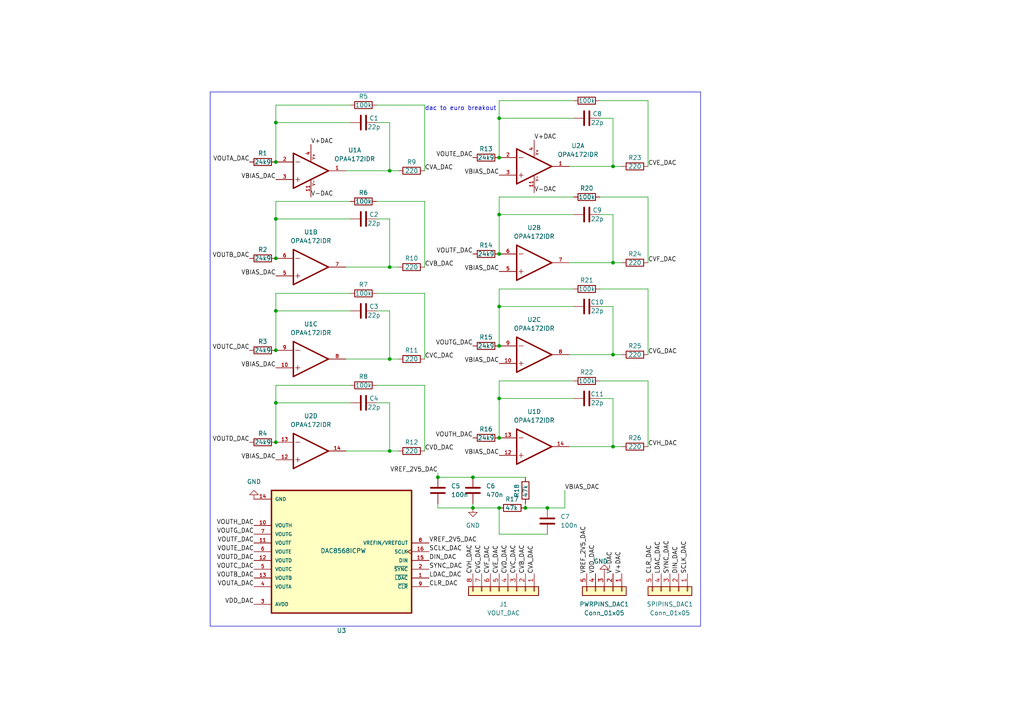
<source format=kicad_sch>
(kicad_sch (version 20231120) (generator "eeschema") (generator_version "8.0")
  (paper "A4")
  (lib_symbols
    (symbol "Connector_Generic:Conn_01x05" (pin_names (offset 1.016) hide)
      (property "Reference" "J" (at 0 7.62 0))
      (property "Value" "Conn_01x05" (at 0 -7.62 0))
      (symbol "Conn_01x05_1_1"
        (rectangle (start -1.27 -4.953) (end 0 -5.207) (stroke (width 0.1524)))
        (rectangle (start -1.27 -2.413) (end 0 -2.667) (stroke (width 0.1524)))
        (rectangle (start -1.27 0.127) (end 0 -0.127) (stroke (width 0.1524)))
        (rectangle (start -1.27 2.667) (end 0 2.413) (stroke (width 0.1524)))
        (rectangle (start -1.27 5.207) (end 0 4.953) (stroke (width 0.1524)))
        (rectangle (start -1.27 6.35) (end 1.27 -6.35) (stroke (width 0.254)) (fill (type background)))
        (pin passive line (at -5.08 5.08 0) (length 3.81) (name "Pin_1") (number "1"))
        (pin passive line (at -5.08 2.54 0) (length 3.81) (name "Pin_2") (number "2"))
        (pin passive line (at -5.08 0 0) (length 3.81) (name "Pin_3") (number "3"))
        (pin passive line (at -5.08 -2.54 0) (length 3.81) (name "Pin_4") (number "4"))
        (pin passive line (at -5.08 -5.08 0) (length 3.81) (name "Pin_5") (number "5"))
      )
    )
    (symbol "Connector_Generic:Conn_01x08" (pin_names (offset 1.016) hide)
      (property "Reference" "J" (at 0 10.16 0))
      (property "Value" "Conn_01x08" (at 0 -12.7 0))
      (symbol "Conn_01x08_1_1"
        (rectangle (start -1.27 -10.033) (end 0 -10.287) (stroke (width 0.1524)))
        (rectangle (start -1.27 -7.493) (end 0 -7.747) (stroke (width 0.1524)))
        (rectangle (start -1.27 -4.953) (end 0 -5.207) (stroke (width 0.1524)))
        (rectangle (start -1.27 -2.413) (end 0 -2.667) (stroke (width 0.1524)))
        (rectangle (start -1.27 0.127) (end 0 -0.127) (stroke (width 0.1524)))
        (rectangle (start -1.27 2.667) (end 0 2.413) (stroke (width 0.1524)))
        (rectangle (start -1.27 5.207) (end 0 4.953) (stroke (width 0.1524)))
        (rectangle (start -1.27 7.747) (end 0 7.493) (stroke (width 0.1524)))
        (rectangle (start -1.27 8.89) (end 1.27 -11.43) (stroke (width 0.254)) (fill (type background)))
        (pin passive line (at -5.08 7.62 0) (length 3.81) (name "Pin_1") (number "1"))
        (pin passive line (at -5.08 5.08 0) (length 3.81) (name "Pin_2") (number "2"))
        (pin passive line (at -5.08 2.54 0) (length 3.81) (name "Pin_3") (number "3"))
        (pin passive line (at -5.08 0 0) (length 3.81) (name "Pin_4") (number "4"))
        (pin passive line (at -5.08 -2.54 0) (length 3.81) (name "Pin_5") (number "5"))
        (pin passive line (at -5.08 -5.08 0) (length 3.81) (name "Pin_6") (number "6"))
        (pin passive line (at -5.08 -7.62 0) (length 3.81) (name "Pin_7") (number "7"))
        (pin passive line (at -5.08 -10.16 0) (length 3.81) (name "Pin_8") (number "8"))
      )
    )
    (symbol "DAC8568ICPW:DAC8568ICPW" (pin_names (offset 1.016))
      (property "Reference" "U" (at -20.32 18.78 0))
      (property "Value" "DAC8568ICPW" (at -20.32 -21.78 0))
      (symbol "DAC8568ICPW_0_0"
        (rectangle (start -20.32 -17.78) (end 20.32 17.78) (stroke (width 0.41)) (fill (type background)))
        (pin input line (at -25.4 7.62 0) (length 5.08) (name "~{LDAC}") (number "1"))
        (pin output line (at 25.4 -7.62 180) (length 5.08) (name "VOUTH") (number "10"))
        (pin output line (at 25.4 -2.54 180) (length 5.08) (name "VOUTF") (number "11"))
        (pin output line (at 25.4 2.54 180) (length 5.08) (name "VOUTD") (number "12"))
        (pin output line (at 25.4 7.62 180) (length 5.08) (name "VOUTB") (number "13"))
        (pin power_in line (at 25.4 -15.24 180) (length 5.08) (name "GND") (number "14"))
        (pin input line (at -25.4 2.54 0) (length 5.08) (name "DIN") (number "15"))
        (pin input clock (at -25.4 0 0) (length 5.08) (name "SCLK") (number "16"))
        (pin input line (at -25.4 5.08 0) (length 5.08) (name "~{SYNC}") (number "2"))
        (pin power_in line (at 25.4 15.24 180) (length 5.08) (name "AVDD") (number "3"))
        (pin output line (at 25.4 10.16 180) (length 5.08) (name "VOUTA") (number "4"))
        (pin output line (at 25.4 5.08 180) (length 5.08) (name "VOUTC") (number "5"))
        (pin output line (at 25.4 0 180) (length 5.08) (name "VOUTE") (number "6"))
        (pin output line (at 25.4 -5.08 180) (length 5.08) (name "VOUTG") (number "7"))
        (pin input line (at -25.4 -2.54 0) (length 5.08) (name "VREFIN/VREFOUT") (number "8"))
        (pin input line (at -25.4 10.16 0) (length 5.08) (name "~{CLR}") (number "9"))
      )
    )
    (symbol "Device:C" (pin_numbers hide) (pin_names (offset 0.254))
      (property "Reference" "C" (at 0.635 2.54 0))
      (property "Value" "C" (at 0.635 -2.54 0))
      (symbol "C_0_1"
        (polyline (pts (xy -2.032 -0.762) (xy 2.032 -0.762)) (stroke (width 0.508)))
        (polyline (pts (xy -2.032 0.762) (xy 2.032 0.762)) (stroke (width 0.508)))
      )
      (symbol "C_1_1"
        (pin passive line (at 0 3.81 270) (length 2.794) (name "~") (number "1"))
        (pin passive line (at 0 -3.81 90) (length 2.794) (name "~") (number "2"))
      )
    )
    (symbol "Device:R" (pin_numbers hide) (pin_names (offset 0))
      (property "Reference" "R" (at 2.032 0 90))
      (property "Value" "R" (at 0 0 90))
      (symbol "R_0_1"
        (rectangle (start -1.016 -2.54) (end 1.016 2.54) (stroke (width 0.254)))
      )
      (symbol "R_1_1"
        (pin passive line (at 0 3.81 270) (length 1.27) (name "~") (number "1"))
        (pin passive line (at 0 -3.81 90) (length 1.27) (name "~") (number "2"))
      )
    )
    (symbol "OPA4172IDR:OPA4172IDR" (pin_names (offset 1.016))
      (property "Reference" "U" (at 5.08 3.175 0))
      (property "Value" "OPA4172IDR" (at 5.08 -5.08 0))
      (symbol "OPA4172IDR_1_0"
        (polyline (pts (xy -2.54 -5.08) (xy 7.62 0)) (stroke (width 0.4064)))
        (polyline (pts (xy -2.54 5.08) (xy -2.54 -5.08)) (stroke (width 0.4064)))
        (polyline (pts (xy -1.905 -2.54) (xy -0.635 -2.54)) (stroke (width 0.1524)))
        (polyline (pts (xy -1.905 2.54) (xy -0.635 2.54)) (stroke (width 0.1524)))
        (polyline (pts (xy -1.27 -1.905) (xy -1.27 -3.175)) (stroke (width 0.1524)))
        (polyline (pts (xy 7.62 0) (xy -2.54 5.08)) (stroke (width 0.4064)))
        (text "V+" (at 3.81 3.175 900) (effects (font (size 0.8128 0.8128)) (justify left bottom)))
        (text "V-" (at 3.81 -4.445 900) (effects (font (size 0.8128 0.8128)) (justify left bottom)))
        (pin output line (at 12.7 0 180) (length 5.08) (name "~") (number "1"))
        (pin power_in line (at 2.54 -7.62 90) (length 5.08) (name "~") (number "11"))
        (pin input line (at -7.62 2.54 0) (length 5.08) (name "~") (number "2"))
        (pin input line (at -7.62 -2.54 0) (length 5.08) (name "~") (number "3"))
        (pin power_in line (at 2.54 7.62 270) (length 5.08) (name "~") (number "4"))
      )
      (symbol "OPA4172IDR_2_0"
        (polyline (pts (xy -2.54 -5.08) (xy 7.62 0)) (stroke (width 0.4064)))
        (polyline (pts (xy -2.54 5.08) (xy -2.54 -5.08)) (stroke (width 0.4064)))
        (polyline (pts (xy -1.905 -2.54) (xy -0.635 -2.54)) (stroke (width 0.1524)))
        (polyline (pts (xy -1.905 2.54) (xy -0.635 2.54)) (stroke (width 0.1524)))
        (polyline (pts (xy -1.27 -1.905) (xy -1.27 -3.175)) (stroke (width 0.1524)))
        (polyline (pts (xy 7.62 0) (xy -2.54 5.08)) (stroke (width 0.4064)))
        (pin input line (at -7.62 -2.54 0) (length 5.08) (name "~") (number "5"))
        (pin input line (at -7.62 2.54 0) (length 5.08) (name "~") (number "6"))
        (pin output line (at 12.7 0 180) (length 5.08) (name "~") (number "7"))
      )
      (symbol "OPA4172IDR_3_0"
        (polyline (pts (xy -2.54 -5.08) (xy 7.62 0)) (stroke (width 0.4064)))
        (polyline (pts (xy -2.54 5.08) (xy -2.54 -5.08)) (stroke (width 0.4064)))
        (polyline (pts (xy -1.905 -2.54) (xy -0.635 -2.54)) (stroke (width 0.1524)))
        (polyline (pts (xy -1.905 2.54) (xy -0.635 2.54)) (stroke (width 0.1524)))
        (polyline (pts (xy -1.27 -1.905) (xy -1.27 -3.175)) (stroke (width 0.1524)))
        (polyline (pts (xy 7.62 0) (xy -2.54 5.08)) (stroke (width 0.4064)))
        (pin input line (at -7.62 -2.54 0) (length 5.08) (name "~") (number "10"))
        (pin output line (at 12.7 0 180) (length 5.08) (name "~") (number "8"))
        (pin input line (at -7.62 2.54 0) (length 5.08) (name "~") (number "9"))
      )
      (symbol "OPA4172IDR_4_0"
        (polyline (pts (xy -2.54 -5.08) (xy 7.62 0)) (stroke (width 0.4064)))
        (polyline (pts (xy -2.54 5.08) (xy -2.54 -5.08)) (stroke (width 0.4064)))
        (polyline (pts (xy -1.905 -2.54) (xy -0.635 -2.54)) (stroke (width 0.1524)))
        (polyline (pts (xy -1.905 2.54) (xy -0.635 2.54)) (stroke (width 0.1524)))
        (polyline (pts (xy -1.27 -1.905) (xy -1.27 -3.175)) (stroke (width 0.1524)))
        (polyline (pts (xy 7.62 0) (xy -2.54 5.08)) (stroke (width 0.4064)))
        (pin input line (at -7.62 -2.54 0) (length 5.08) (name "~") (number "12"))
        (pin input line (at -7.62 2.54 0) (length 5.08) (name "~") (number "13"))
        (pin output line (at 12.7 0 180) (length 5.08) (name "~") (number "14"))
      )
    )
    (symbol "power:GND" (power) (pin_numbers hide) (pin_names (offset 0) hide)
      (property "Value" "GND" (at 0 -3.81 0))
      (symbol "GND_0_1"
        (polyline (pts (xy 0 0) (xy 0 -1.27) (xy 1.27 -1.27) (xy 0 -2.54) (xy -1.27 -1.27) (xy 0 -1.27)))
      )
      (symbol "GND_1_1"
        (pin power_in line (at 0 0 270) (length 0) (name "~") (number "1"))
      )
    )
  )
  (junction (at 144.78 100.33))
  (junction (at 80.01 35.56))
  (junction (at 177.8 48.26))
  (junction (at 177.8 102.87))
  (junction (at 113.03 130.81))
  (junction (at 80.01 101.6))
  (junction (at 177.8 129.54))
  (junction (at 80.01 46.99))
  (junction (at 177.8 76.2))
  (junction (at 113.03 49.53))
  (junction (at 113.03 77.47))
  (junction (at 113.03 104.14))
  (junction (at 80.01 128.27))
  (junction (at 144.78 73.66))
  (junction (at 144.78 34.29))
  (junction (at 80.01 63.5))
  (junction (at 80.01 90.17))
  (junction (at 144.78 62.23))
  (junction (at 144.78 115.57))
  (junction (at 137.16 138.43))
  (junction (at 144.78 147.32))
  (junction (at 144.78 127))
  (junction (at 144.78 88.9))
  (junction (at 137.16 147.32))
  (junction (at 80.01 116.84))
  (junction (at 80.01 74.93))
  (junction (at 127 138.43))
  (junction (at 158.75 147.32))
  (junction (at 144.78 45.72))
  (junction (at 152.4 147.32))
  (wire (pts (xy 173.99 34.29) (xy 177.8 34.29)))
  (wire (pts (xy 109.22 116.84) (xy 113.03 116.84)))
  (wire (pts (xy 158.75 147.32) (xy 152.4 147.32)))
  (wire (pts (xy 163.83 147.32) (xy 158.75 147.32)))
  (wire (pts (xy 144.78 34.29) (xy 166.37 34.29)))
  (wire (pts (xy 100.33 104.14) (xy 113.03 104.14)))
  (wire (pts (xy 166.37 57.15) (xy 144.78 57.15)))
  (wire (pts (xy 113.03 35.56) (xy 113.03 49.53)))
  (wire (pts (xy 187.96 83.82) (xy 187.96 102.87)))
  (wire (pts (xy 177.8 129.54) (xy 180.34 129.54)))
  (wire (pts (xy 113.03 90.17) (xy 113.03 104.14)))
  (wire (pts (xy 173.99 88.9) (xy 177.8 88.9)))
  (wire (pts (xy 109.22 85.09) (xy 123.19 85.09)))
  (wire (pts (xy 100.33 49.53) (xy 113.03 49.53)))
  (wire (pts (xy 80.01 116.84) (xy 80.01 128.27)))
  (wire (pts (xy 113.03 104.14) (xy 115.57 104.14)))
  (wire (pts (xy 127 147.32) (xy 137.16 147.32)))
  (wire (pts (xy 177.8 115.57) (xy 177.8 129.54)))
  (wire (pts (xy 123.19 30.48) (xy 123.19 49.53)))
  (wire (pts (xy 109.22 63.5) (xy 113.03 63.5)))
  (wire (pts (xy 173.99 115.57) (xy 177.8 115.57)))
  (wire (pts (xy 152.4 146.05) (xy 152.4 147.32)))
  (wire (pts (xy 113.03 130.81) (xy 115.57 130.81)))
  (wire (pts (xy 144.78 57.15) (xy 144.78 62.23)))
  (wire (pts (xy 109.22 58.42) (xy 123.19 58.42)))
  (wire (pts (xy 137.16 147.32) (xy 144.78 147.32)))
  (wire (pts (xy 113.03 63.5) (xy 113.03 77.47)))
  (wire (pts (xy 100.33 77.47) (xy 113.03 77.47)))
  (wire (pts (xy 166.37 29.21) (xy 144.78 29.21)))
  (wire (pts (xy 187.96 110.49) (xy 187.96 129.54)))
  (wire (pts (xy 80.01 35.56) (xy 80.01 46.99)))
  (wire (pts (xy 80.01 116.84) (xy 101.6 116.84)))
  (wire (pts (xy 113.03 116.84) (xy 113.03 130.81)))
  (wire (pts (xy 127 138.43) (xy 137.16 138.43)))
  (wire (pts (xy 177.8 62.23) (xy 177.8 76.2)))
  (wire (pts (xy 173.99 110.49) (xy 187.96 110.49)))
  (wire (pts (xy 127 146.05) (xy 127 147.32)))
  (wire (pts (xy 144.78 88.9) (xy 144.78 100.33)))
  (wire (pts (xy 123.19 85.09) (xy 123.19 104.14)))
  (wire (pts (xy 173.99 83.82) (xy 187.96 83.82)))
  (wire (pts (xy 165.1 76.2) (xy 177.8 76.2)))
  (wire (pts (xy 80.01 63.5) (xy 101.6 63.5)))
  (wire (pts (xy 100.33 130.81) (xy 113.03 130.81)))
  (wire (pts (xy 123.19 111.76) (xy 123.19 130.81)))
  (wire (pts (xy 101.6 30.48) (xy 80.01 30.48)))
  (wire (pts (xy 166.37 110.49) (xy 144.78 110.49)))
  (wire (pts (xy 80.01 111.76) (xy 80.01 116.84)))
  (wire (pts (xy 127 137.16) (xy 127 138.43)))
  (wire (pts (xy 165.1 102.87) (xy 177.8 102.87)))
  (wire (pts (xy 173.99 62.23) (xy 177.8 62.23)))
  (wire (pts (xy 144.78 62.23) (xy 166.37 62.23)))
  (wire (pts (xy 109.22 35.56) (xy 113.03 35.56)))
  (wire (pts (xy 80.01 58.42) (xy 80.01 63.5)))
  (wire (pts (xy 173.99 29.21) (xy 187.96 29.21)))
  (wire (pts (xy 144.78 147.32) (xy 144.78 154.94)))
  (wire (pts (xy 166.37 83.82) (xy 144.78 83.82)))
  (wire (pts (xy 144.78 115.57) (xy 166.37 115.57)))
  (wire (pts (xy 113.03 49.53) (xy 115.57 49.53)))
  (wire (pts (xy 144.78 110.49) (xy 144.78 115.57)))
  (wire (pts (xy 101.6 85.09) (xy 80.01 85.09)))
  (wire (pts (xy 137.16 146.05) (xy 137.16 147.32)))
  (wire (pts (xy 80.01 85.09) (xy 80.01 90.17)))
  (wire (pts (xy 80.01 90.17) (xy 101.6 90.17)))
  (wire (pts (xy 165.1 129.54) (xy 177.8 129.54)))
  (wire (pts (xy 144.78 115.57) (xy 144.78 127)))
  (wire (pts (xy 177.8 34.29) (xy 177.8 48.26)))
  (wire (pts (xy 101.6 58.42) (xy 80.01 58.42)))
  (wire (pts (xy 144.78 29.21) (xy 144.78 34.29)))
  (wire (pts (xy 109.22 30.48) (xy 123.19 30.48)))
  (wire (pts (xy 177.8 88.9) (xy 177.8 102.87)))
  (wire (pts (xy 101.6 111.76) (xy 80.01 111.76)))
  (wire (pts (xy 109.22 111.76) (xy 123.19 111.76)))
  (wire (pts (xy 163.83 142.24) (xy 163.83 147.32)))
  (wire (pts (xy 187.96 29.21) (xy 187.96 48.26)))
  (wire (pts (xy 109.22 90.17) (xy 113.03 90.17)))
  (wire (pts (xy 144.78 34.29) (xy 144.78 45.72)))
  (wire (pts (xy 113.03 77.47) (xy 115.57 77.47)))
  (wire (pts (xy 187.96 57.15) (xy 187.96 76.2)))
  (wire (pts (xy 80.01 90.17) (xy 80.01 101.6)))
  (wire (pts (xy 173.99 57.15) (xy 187.96 57.15)))
  (wire (pts (xy 80.01 35.56) (xy 101.6 35.56)))
  (wire (pts (xy 80.01 63.5) (xy 80.01 74.93)))
  (wire (pts (xy 165.1 48.26) (xy 177.8 48.26)))
  (wire (pts (xy 123.19 58.42) (xy 123.19 77.47)))
  (wire (pts (xy 177.8 102.87) (xy 180.34 102.87)))
  (wire (pts (xy 158.75 154.94) (xy 144.78 154.94)))
  (wire (pts (xy 177.8 76.2) (xy 180.34 76.2)))
  (wire (pts (xy 144.78 62.23) (xy 144.78 73.66)))
  (wire (pts (xy 137.16 138.43) (xy 152.4 138.43)))
  (wire (pts (xy 144.78 88.9) (xy 166.37 88.9)))
  (wire (pts (xy 144.78 83.82) (xy 144.78 88.9)))
  (wire (pts (xy 80.01 30.48) (xy 80.01 35.56)))
  (wire (pts (xy 177.8 48.26) (xy 180.34 48.26)))
  (rectangle (start 60.96 26.67) (end 203.2 181.61))
  (text "dac to euro breakout\n" (at 133.604 31.496 0) (effects (font (size 1.27 1.27))))
  (label "CVF_DAC" (at 142.24 166.37 90))
  (label "VBIAS_DAC" (at 144.78 78.74 180))
  (label "VBIAS_DAC" (at 80.01 80.01 180))
  (label "VOUTB_DAC" (at 72.39 74.93 180))
  (label "LDAC_DAC" (at 191.77 166.37 90))
  (label "VREF_2V5_DAC" (at 127 137.16 180))
  (label "SCLK_DAC" (at 124.46 160.02 0))
  (label "LDAC_DAC" (at 124.46 167.64 0))
  (label "VOUTG_DAC" (at 73.66 154.94 180))
  (label "VBIAS_DAC" (at 144.78 50.8 180))
  (label "CVH_DAC" (at 137.16 166.37 90))
  (label "VOUTA_DAC" (at 72.39 46.99 180))
  (label "VBIAS_DAC" (at 80.01 133.35 180))
  (label "V+DAC" (at 180.34 166.37 90))
  (label "VOUTD_DAC" (at 72.39 128.27 180))
  (label "VOUTF_DAC" (at 73.66 157.48 180))
  (label "VREF_2V5_DAC" (at 124.46 157.48 0))
  (label "SCLK_DAC" (at 199.39 166.37 90))
  (label "CVC_DAC" (at 123.19 104.14 0))
  (label "SYNC_DAC" (at 194.31 166.37 90))
  (label "VDD_DAC" (at 172.72 166.37 90))
  (label "CVB_DAC" (at 123.19 77.47 0))
  (label "CVA_DAC" (at 123.19 49.53 0))
  (label "CVG_DAC" (at 139.7 166.37 90))
  (label "CVA_DAC" (at 154.94 166.37 90))
  (label "VBIAS_DAC" (at 144.78 132.08 180))
  (label "V+DAC" (at 154.94 40.64 0))
  (label "CVD_DAC" (at 123.19 130.81 0))
  (label "VOUTD_DAC" (at 73.66 162.56 180))
  (label "VOUTE_DAC" (at 137.16 45.72 180))
  (label "CVE_DAC" (at 187.96 48.26 0))
  (label "CVB_DAC" (at 152.4 166.37 90))
  (label "CLR_DAC" (at 189.23 166.37 90))
  (label "VOUTH_DAC" (at 73.66 152.4 180))
  (label "VOUTA_DAC" (at 73.66 170.18 180))
  (label "SYNC_DAC" (at 124.46 165.1 0))
  (label "CVG_DAC" (at 187.96 102.87 0))
  (label "CVH_DAC" (at 187.96 129.54 0))
  (label "DIN_DAC" (at 124.46 162.56 0))
  (label "VREF_2V5_DAC" (at 170.18 166.37 90))
  (label "VBIAS_DAC" (at 163.83 142.24 0))
  (label "CVC_DAC" (at 149.86 166.37 90))
  (label "V+DAC" (at 90.17 41.91 0))
  (label "VBIAS_DAC" (at 144.78 105.41 180))
  (label "V-DAC" (at 177.8 166.37 90))
  (label "CVD_DAC" (at 147.32 166.37 90))
  (label "VOUTF_DAC" (at 137.16 73.66 180))
  (label "VOUTC_DAC" (at 73.66 165.1 180))
  (label "VOUTE_DAC" (at 73.66 160.02 180))
  (label "VOUTH_DAC" (at 137.16 127 180))
  (label "VOUTC_DAC" (at 72.39 101.6 180))
  (label "CVF_DAC" (at 187.96 76.2 0))
  (label "DIN_DAC" (at 196.85 166.37 90))
  (label "VOUTB_DAC" (at 73.66 167.64 180))
  (label "VDD_DAC" (at 73.66 175.26 180))
  (label "CVE_DAC" (at 144.78 166.37 90))
  (label "VBIAS_DAC" (at 80.01 106.68 180))
  (label "VBIAS_DAC" (at 80.01 52.07 180))
  (label "V-DAC" (at 90.17 57.15 0))
  (label "V-DAC" (at 154.94 55.88 0))
  (label "VOUTG_DAC" (at 137.16 100.33 180))
  (label "CLR_DAC" (at 124.46 170.18 0))
  (symbol (lib_id "Device:C") (at 105.41 116.84 90) (unit 1)
    (property "Reference" "C4" (at 108.458 115.57 90))
    (property "Value" "22p" (at 108.458 118.11 90))
    (property "Footprint" "Capacitor_SMD:C_0805_2012Metric_Pad1.18x1.45mm_HandSolder" (effects (hide yes)))
    (property "Description" "Unpolarized capacitor" (effects (hide yes)))
  )
  (symbol (lib_id "Device:R") (at 105.41 85.09 90) (unit 1)
    (property "Reference" "R7" (at 105.41 82.55 90))
    (property "Value" "100k" (at 105.41 85.09 90))
    (property "Footprint" "Resistor_SMD:R_0805_2012Metric_Pad1.20x1.40mm_HandSolder" (effects (hide yes)))
    (property "Description" "Resistor" (effects (hide yes)))
  )
  (symbol (lib_id "Device:C") (at 158.75 151.13 0) (unit 1)
    (property "Reference" "C7" (at 162.56 149.8599 0) (effects (justify left)))
    (property "Value" "100n" (at 162.56 152.3999 0) (effects (justify left)))
    (property "Footprint" "Capacitor_SMD:C_0805_2012Metric_Pad1.18x1.45mm_HandSolder" (effects (hide yes)))
    (property "Description" "Unpolarized capacitor" (effects (hide yes)))
  )
  (symbol (lib_id "OPA4172IDR:OPA4172IDR") (at 87.63 104.14 0) (unit 3)
    (property "Reference" "U1" (at 90.17 93.98 0))
    (property "Value" "OPA4172IDR" (at 90.17 96.52 0))
    (property "Footprint" "OPA4172IDR:SOIC127P600X175-14N" (effects (hide yes)))
    (property "MF" "Texas Instruments" (effects (hide yes)))
    (property "MAXIMUM_PACKAGE_HEIGHT" "1.75 mm" (effects (hide yes)))
    (property "Package" "SOIC-14 Texas Instruments" (effects (hide yes)))
    (property "Price" "None" (effects (hide yes)))
    (property "Check_prices" "https://www.snapeda.com/parts/OPA4172IDR/Texas+Instruments/view-part/?ref=eda" (effects (hide yes)))
    (property "STANDARD" "IPC 7351B" (effects (hide yes)))
    (property "PARTREV" "I" (effects (hide yes)))
    (property "SnapEDA_Link" "https://www.snapeda.com/parts/OPA4172IDR/Texas+Instruments/view-part/?ref=snap" (effects (hide yes)))
    (property "MP" "OPA4172IDR" (effects (hide yes)))
    (property "Purchase-URL" "https://www.snapeda.com/api/url_track_click_mouser/?unipart_id=1159938&manufacturer=Texas Instruments&part_name=OPA4172IDR&search_term=None" (effects (hide yes)))
    (property "Description_1" "\nQuad, 36-V, 10-MHz, low-power operational amplifier\n" (effects (hide yes)))
    (property "Availability" "In Stock" (effects (hide yes)))
    (property "MANUFACTURER" "Texas Instruments" (effects (hide yes)))
  )
  (symbol (lib_id "OPA4172IDR:OPA4172IDR") (at 87.63 130.81 0) (unit 4)
    (property "Reference" "U2" (at 90.17 120.65 0))
    (property "Value" "OPA4172IDR" (at 90.17 123.19 0))
    (property "Footprint" "OPA4172IDR:SOIC127P600X175-14N" (effects (hide yes)))
    (property "MF" "Texas Instruments" (effects (hide yes)))
    (property "MAXIMUM_PACKAGE_HEIGHT" "1.75 mm" (effects (hide yes)))
    (property "Package" "SOIC-14 Texas Instruments" (effects (hide yes)))
    (property "Price" "None" (effects (hide yes)))
    (property "Check_prices" "https://www.snapeda.com/parts/OPA4172IDR/Texas+Instruments/view-part/?ref=eda" (effects (hide yes)))
    (property "STANDARD" "IPC 7351B" (effects (hide yes)))
    (property "PARTREV" "I" (effects (hide yes)))
    (property "SnapEDA_Link" "https://www.snapeda.com/parts/OPA4172IDR/Texas+Instruments/view-part/?ref=snap" (effects (hide yes)))
    (property "MP" "OPA4172IDR" (effects (hide yes)))
    (property "Purchase-URL" "https://www.snapeda.com/api/url_track_click_mouser/?unipart_id=1159938&manufacturer=Texas Instruments&part_name=OPA4172IDR&search_term=None" (effects (hide yes)))
    (property "Description_1" "\nQuad, 36-V, 10-MHz, low-power operational amplifier\n" (effects (hide yes)))
    (property "Availability" "In Stock" (effects (hide yes)))
    (property "MANUFACTURER" "Texas Instruments" (effects (hide yes)))
  )
  (symbol (lib_id "Device:C") (at 105.41 63.5 90) (unit 1)
    (property "Reference" "C2" (at 108.458 62.23 90))
    (property "Value" "22p" (at 108.458 64.77 90))
    (property "Footprint" "Capacitor_SMD:C_0805_2012Metric_Pad1.18x1.45mm_HandSolder" (effects (hide yes)))
    (property "Description" "Unpolarized capacitor" (effects (hide yes)))
  )
  (symbol (lib_id "Device:R") (at 170.18 110.49 90) (unit 1)
    (property "Reference" "R22" (at 170.18 107.95 90))
    (property "Value" "100k" (at 170.18 110.49 90))
    (property "Footprint" "Resistor_SMD:R_0805_2012Metric_Pad1.20x1.40mm_HandSolder" (effects (hide yes)))
    (property "Description" "Resistor" (effects (hide yes)))
  )
  (symbol (lib_id "Device:C") (at 105.41 90.17 90) (unit 1)
    (property "Reference" "C3" (at 108.458 88.9 90))
    (property "Value" "22p" (at 108.458 91.44 90))
    (property "Footprint" "Capacitor_SMD:C_0805_2012Metric_Pad1.18x1.45mm_HandSolder" (effects (hide yes)))
    (property "Description" "Unpolarized capacitor" (effects (hide yes)))
  )
  (symbol (lib_id "Device:C") (at 170.18 115.57 90) (unit 1)
    (property "Reference" "C11" (at 173.228 114.3 90))
    (property "Value" "22p" (at 173.228 116.84 90))
    (property "Footprint" "Capacitor_SMD:C_0805_2012Metric_Pad1.18x1.45mm_HandSolder" (effects (hide yes)))
    (property "Description" "Unpolarized capacitor" (effects (hide yes)))
  )
  (symbol (lib_id "Device:C") (at 170.18 88.9 90) (unit 1)
    (property "Reference" "C10" (at 173.228 87.63 90))
    (property "Value" "22p" (at 173.228 90.17 90))
    (property "Footprint" "Capacitor_SMD:C_0805_2012Metric_Pad1.18x1.45mm_HandSolder" (effects (hide yes)))
    (property "Description" "Unpolarized capacitor" (effects (hide yes)))
  )
  (symbol (lib_id "Device:R") (at 140.97 100.33 90) (unit 1)
    (property "Reference" "R15" (at 140.97 97.79 90))
    (property "Value" "24k9" (at 140.97 100.33 90))
    (property "Footprint" "Resistor_SMD:R_0805_2012Metric_Pad1.20x1.40mm_HandSolder" (effects (hide yes)))
    (property "Description" "Resistor" (effects (hide yes)))
  )
  (symbol (lib_id "Device:R") (at 140.97 127 90) (unit 1)
    (property "Reference" "R16" (at 140.97 124.46 90))
    (property "Value" "24k9" (at 140.97 127 90))
    (property "Footprint" "Resistor_SMD:R_0805_2012Metric_Pad1.20x1.40mm_HandSolder" (effects (hide yes)))
    (property "Description" "Resistor" (effects (hide yes)))
  )
  (symbol (lib_id "Device:R") (at 170.18 57.15 90) (unit 1)
    (property "Reference" "R20" (at 170.18 54.61 90))
    (property "Value" "100k" (at 170.18 57.15 90))
    (property "Footprint" "Resistor_SMD:R_0805_2012Metric_Pad1.20x1.40mm_HandSolder" (effects (hide yes)))
    (property "Description" "Resistor" (effects (hide yes)))
  )
  (symbol (lib_id "Device:R") (at 119.38 130.81 90) (unit 1)
    (property "Reference" "R12" (at 119.38 128.27 90))
    (property "Value" "220" (at 119.38 130.81 90))
    (property "Footprint" "Resistor_SMD:R_0805_2012Metric_Pad1.20x1.40mm_HandSolder" (effects (hide yes)))
    (property "Description" "Resistor" (effects (hide yes)))
  )
  (symbol (lib_id "Device:R") (at 76.2 74.93 90) (unit 1)
    (property "Reference" "R2" (at 76.2 72.39 90))
    (property "Value" "24k9" (at 76.2 74.93 90))
    (property "Footprint" "Resistor_SMD:R_0805_2012Metric_Pad1.20x1.40mm_HandSolder" (effects (hide yes)))
    (property "Description" "Resistor" (effects (hide yes)))
  )
  (symbol (lib_id "Connector_Generic:Conn_01x08") (at 147.32 171.45 270) (unit 1)
    (property "Reference" "J1" (at 146.05 175.26 90))
    (property "Value" "VOUT_DAC" (at 146.05 177.8 90))
    (property "Footprint" "Connector_PinHeader_2.54mm:PinHeader_1x08_P2.54mm_Vertical" (effects (hide yes)))
    (property "Description" "Generic connector, single row, 01x08, script generated (kicad-library-utils/schlib/autogen/connector/)" (effects (hide yes)))
  )
  (symbol (lib_id "Device:R") (at 184.15 102.87 90) (unit 1)
    (property "Reference" "R25" (at 184.15 100.33 90))
    (property "Value" "220" (at 184.15 102.87 90))
    (property "Footprint" "Resistor_SMD:R_0805_2012Metric_Pad1.20x1.40mm_HandSolder" (effects (hide yes)))
    (property "Description" "Resistor" (effects (hide yes)))
  )
  (symbol (lib_id "Connector_Generic:Conn_01x05") (at 175.26 171.45 270) (unit 1)
    (property "Reference" "PWRPINS_DAC1" (at 175.26 175.26 90))
    (property "Value" "Conn_01x05" (at 175.26 177.8 90))
    (property "Footprint" "Connector_PinHeader_2.54mm:PinHeader_1x05_P2.54mm_Vertical" (effects (hide yes)))
    (property "Description" "Generic connector, single row, 01x05, script generated (kicad-library-utils/schlib/autogen/connector/)" (effects (hide yes)))
  )
  (symbol (lib_id "Device:R") (at 148.59 147.32 270) (unit 1)
    (property "Reference" "R17" (at 146.558 144.78 90) (effects (justify left)))
    (property "Value" "47k" (at 146.558 147.32 90) (effects (justify left)))
    (property "Footprint" "Resistor_SMD:R_0805_2012Metric_Pad1.20x1.40mm_HandSolder" (effects (hide yes)))
    (property "Description" "Resistor" (effects (hide yes)))
  )
  (symbol (lib_id "OPA4172IDR:OPA4172IDR") (at 152.4 102.87 0) (unit 3)
    (property "Reference" "U2" (at 154.94 92.71 0))
    (property "Value" "OPA4172IDR" (at 154.94 95.25 0))
    (property "Footprint" "OPA4172IDR:SOIC127P600X175-14N" (effects (hide yes)))
    (property "MF" "Texas Instruments" (effects (hide yes)))
    (property "MAXIMUM_PACKAGE_HEIGHT" "1.75 mm" (effects (hide yes)))
    (property "Package" "SOIC-14 Texas Instruments" (effects (hide yes)))
    (property "Price" "None" (effects (hide yes)))
    (property "Check_prices" "https://www.snapeda.com/parts/OPA4172IDR/Texas+Instruments/view-part/?ref=eda" (effects (hide yes)))
    (property "STANDARD" "IPC 7351B" (effects (hide yes)))
    (property "PARTREV" "I" (effects (hide yes)))
    (property "SnapEDA_Link" "https://www.snapeda.com/parts/OPA4172IDR/Texas+Instruments/view-part/?ref=snap" (effects (hide yes)))
    (property "MP" "OPA4172IDR" (effects (hide yes)))
    (property "Purchase-URL" "https://www.snapeda.com/api/url_track_click_mouser/?unipart_id=1159938&manufacturer=Texas Instruments&part_name=OPA4172IDR&search_term=None" (effects (hide yes)))
    (property "Description_1" "\nQuad, 36-V, 10-MHz, low-power operational amplifier\n" (effects (hide yes)))
    (property "Availability" "In Stock" (effects (hide yes)))
    (property "MANUFACTURER" "Texas Instruments" (effects (hide yes)))
  )
  (symbol (lib_id "Device:R") (at 170.18 29.21 90) (unit 1)
    (property "Reference" "R19" (effects (hide yes)))
    (property "Value" "100k" (at 170.18 29.21 90))
    (property "Footprint" "Resistor_SMD:R_0805_2012Metric_Pad1.20x1.40mm_HandSolder" (effects (hide yes)))
    (property "Description" "Resistor" (effects (hide yes)))
  )
  (symbol (lib_id "OPA4172IDR:OPA4172IDR") (at 87.63 77.47 0) (unit 2)
    (property "Reference" "U1" (at 90.17 67.31 0))
    (property "Value" "OPA4172IDR" (at 90.17 69.85 0))
    (property "Footprint" "OPA4172IDR:SOIC127P600X175-14N" (effects (hide yes)))
    (property "MF" "Texas Instruments" (effects (hide yes)))
    (property "MAXIMUM_PACKAGE_HEIGHT" "1.75 mm" (effects (hide yes)))
    (property "Package" "SOIC-14 Texas Instruments" (effects (hide yes)))
    (property "Price" "None" (effects (hide yes)))
    (property "Check_prices" "https://www.snapeda.com/parts/OPA4172IDR/Texas+Instruments/view-part/?ref=eda" (effects (hide yes)))
    (property "STANDARD" "IPC 7351B" (effects (hide yes)))
    (property "PARTREV" "I" (effects (hide yes)))
    (property "SnapEDA_Link" "https://www.snapeda.com/parts/OPA4172IDR/Texas+Instruments/view-part/?ref=snap" (effects (hide yes)))
    (property "MP" "OPA4172IDR" (effects (hide yes)))
    (property "Purchase-URL" "https://www.snapeda.com/api/url_track_click_mouser/?unipart_id=1159938&manufacturer=Texas Instruments&part_name=OPA4172IDR&search_term=None" (effects (hide yes)))
    (property "Description_1" "\nQuad, 36-V, 10-MHz, low-power operational amplifier\n" (effects (hide yes)))
    (property "Availability" "In Stock" (effects (hide yes)))
    (property "MANUFACTURER" "Texas Instruments" (effects (hide yes)))
  )
  (symbol (lib_id "power:GND") (at 137.16 147.32 0) (unit 1)
    (property "Reference" "#PWR02" (effects (hide yes)))
    (property "Value" "GND" (at 137.16 152.4 0))
    (property "Description" "Power symbol creates a global label with name \"GND\" , ground" (effects (hide yes)))
  )
  (symbol (lib_id "Device:R") (at 152.4 142.24 0) (unit 1)
    (property "Reference" "R18" (at 149.86 144.272 90) (effects (justify left)))
    (property "Value" "47k" (at 152.4 144.272 90) (effects (justify left)))
    (property "Footprint" "Resistor_SMD:R_0805_2012Metric_Pad1.20x1.40mm_HandSolder" (effects (hide yes)))
    (property "Description" "Resistor" (effects (hide yes)))
  )
  (symbol (lib_id "Device:C") (at 137.16 142.24 0) (unit 1)
    (property "Reference" "C6" (at 140.97 140.9699 0) (effects (justify left)))
    (property "Value" "470n" (at 140.97 143.5099 0) (effects (justify left)))
    (property "Footprint" "Capacitor_SMD:C_0805_2012Metric_Pad1.18x1.45mm_HandSolder" (effects (hide yes)))
    (property "Description" "Unpolarized capacitor" (effects (hide yes)))
  )
  (symbol (lib_id "OPA4172IDR:OPA4172IDR") (at 152.4 76.2 0) (unit 2)
    (property "Reference" "U2" (at 154.94 66.04 0))
    (property "Value" "OPA4172IDR" (at 154.94 68.58 0))
    (property "Footprint" "OPA4172IDR:SOIC127P600X175-14N" (effects (hide yes)))
    (property "MF" "Texas Instruments" (effects (hide yes)))
    (property "MAXIMUM_PACKAGE_HEIGHT" "1.75 mm" (effects (hide yes)))
    (property "Package" "SOIC-14 Texas Instruments" (effects (hide yes)))
    (property "Price" "None" (effects (hide yes)))
    (property "Check_prices" "https://www.snapeda.com/parts/OPA4172IDR/Texas+Instruments/view-part/?ref=eda" (effects (hide yes)))
    (property "STANDARD" "IPC 7351B" (effects (hide yes)))
    (property "PARTREV" "I" (effects (hide yes)))
    (property "SnapEDA_Link" "https://www.snapeda.com/parts/OPA4172IDR/Texas+Instruments/view-part/?ref=snap" (effects (hide yes)))
    (property "MP" "OPA4172IDR" (effects (hide yes)))
    (property "Purchase-URL" "https://www.snapeda.com/api/url_track_click_mouser/?unipart_id=1159938&manufacturer=Texas Instruments&part_name=OPA4172IDR&search_term=None" (effects (hide yes)))
    (property "Description_1" "\nQuad, 36-V, 10-MHz, low-power operational amplifier\n" (effects (hide yes)))
    (property "Availability" "In Stock" (effects (hide yes)))
    (property "MANUFACTURER" "Texas Instruments" (effects (hide yes)))
  )
  (symbol (lib_id "Device:R") (at 184.15 129.54 90) (unit 1)
    (property "Reference" "R26" (at 184.15 127 90))
    (property "Value" "220" (at 184.15 129.54 90))
    (property "Footprint" "Resistor_SMD:R_0805_2012Metric_Pad1.20x1.40mm_HandSolder" (effects (hide yes)))
    (property "Description" "Resistor" (effects (hide yes)))
  )
  (symbol (lib_id "Device:C") (at 105.41 35.56 90) (unit 1)
    (property "Reference" "C1" (at 108.458 34.29 90))
    (property "Value" "22p" (at 108.458 36.83 90))
    (property "Footprint" "Capacitor_SMD:C_0805_2012Metric_Pad1.18x1.45mm_HandSolder" (effects (hide yes)))
    (property "Description" "Unpolarized capacitor" (effects (hide yes)))
  )
  (symbol (lib_id "power:GND") (at 73.66 144.78 180) (unit 1)
    (property "Reference" "#PWR01" (effects (hide yes)))
    (property "Value" "GND" (at 73.66 139.7 0))
    (property "Description" "Power symbol creates a global label with name \"GND\" , ground" (effects (hide yes)))
  )
  (symbol (lib_id "Device:R") (at 76.2 128.27 90) (unit 1)
    (property "Reference" "R4" (at 76.2 125.73 90))
    (property "Value" "24k9" (at 76.2 128.27 90))
    (property "Footprint" "Resistor_SMD:R_0805_2012Metric_Pad1.20x1.40mm_HandSolder" (effects (hide yes)))
    (property "Description" "Resistor" (effects (hide yes)))
  )
  (symbol (lib_id "Device:R") (at 184.15 76.2 90) (unit 1)
    (property "Reference" "R24" (at 184.15 73.66 90))
    (property "Value" "220" (at 184.15 76.2 90))
    (property "Footprint" "Resistor_SMD:R_0805_2012Metric_Pad1.20x1.40mm_HandSolder" (effects (hide yes)))
    (property "Description" "Resistor" (effects (hide yes)))
  )
  (symbol (lib_id "Device:R") (at 119.38 49.53 90) (unit 1)
    (property "Reference" "R9" (at 119.38 46.99 90))
    (property "Value" "220" (at 119.38 49.53 90))
    (property "Footprint" "Resistor_SMD:R_0805_2012Metric_Pad1.20x1.40mm_HandSolder" (effects (hide yes)))
    (property "Description" "Resistor" (effects (hide yes)))
  )
  (symbol (lib_id "Device:C") (at 170.18 62.23 90) (unit 1)
    (property "Reference" "C9" (at 173.228 60.96 90))
    (property "Value" "22p" (at 173.228 63.5 90))
    (property "Footprint" "Capacitor_SMD:C_0805_2012Metric_Pad1.18x1.45mm_HandSolder" (effects (hide yes)))
    (property "Description" "Unpolarized capacitor" (effects (hide yes)))
  )
  (symbol (lib_id "Device:C") (at 127 142.24 0) (unit 1)
    (property "Reference" "C5" (at 130.81 140.9699 0) (effects (justify left)))
    (property "Value" "100n" (at 130.81 143.5099 0) (effects (justify left)))
    (property "Footprint" "Capacitor_SMD:C_0805_2012Metric_Pad1.18x1.45mm_HandSolder" (effects (hide yes)))
    (property "Description" "Unpolarized capacitor" (effects (hide yes)))
  )
  (symbol (lib_id "Device:R") (at 184.15 48.26 90) (unit 1)
    (property "Reference" "R23" (at 184.15 45.72 90))
    (property "Value" "220" (at 184.15 48.26 90))
    (property "Footprint" "Resistor_SMD:R_0805_2012Metric_Pad1.20x1.40mm_HandSolder" (effects (hide yes)))
    (property "Description" "Resistor" (effects (hide yes)))
  )
  (symbol (lib_id "Device:R") (at 119.38 77.47 90) (unit 1)
    (property "Reference" "R10" (at 119.38 74.93 90))
    (property "Value" "220" (at 119.38 77.47 90))
    (property "Footprint" "Resistor_SMD:R_0805_2012Metric_Pad1.20x1.40mm_HandSolder" (effects (hide yes)))
    (property "Description" "Resistor" (effects (hide yes)))
  )
  (symbol (lib_id "Device:R") (at 140.97 45.72 90) (unit 1)
    (property "Reference" "R13" (at 140.97 43.18 90))
    (property "Value" "24k9" (at 140.97 45.72 90))
    (property "Footprint" "Resistor_SMD:R_0805_2012Metric_Pad1.20x1.40mm_HandSolder" (effects (hide yes)))
    (property "Description" "Resistor" (effects (hide yes)))
  )
  (symbol (lib_id "Device:R") (at 119.38 104.14 90) (unit 1)
    (property "Reference" "R11" (at 119.38 101.6 90))
    (property "Value" "220" (at 119.38 104.14 90))
    (property "Footprint" "Resistor_SMD:R_0805_2012Metric_Pad1.20x1.40mm_HandSolder" (effects (hide yes)))
    (property "Description" "Resistor" (effects (hide yes)))
  )
  (symbol (lib_id "OPA4172IDR:OPA4172IDR") (at 87.63 49.53 0) (unit 1)
    (property "Reference" "U1" (at 102.87 43.5608 0))
    (property "Value" "OPA4172IDR" (at 102.87 46.1008 0))
    (property "Footprint" "OPA4172IDR:SOIC127P600X175-14N" (effects (hide yes)))
    (property "MF" "Texas Instruments" (effects (hide yes)))
    (property "MAXIMUM_PACKAGE_HEIGHT" "1.75 mm" (effects (hide yes)))
    (property "Package" "SOIC-14 Texas Instruments" (effects (hide yes)))
    (property "Price" "None" (effects (hide yes)))
    (property "Check_prices" "https://www.snapeda.com/parts/OPA4172IDR/Texas+Instruments/view-part/?ref=eda" (effects (hide yes)))
    (property "STANDARD" "IPC 7351B" (effects (hide yes)))
    (property "PARTREV" "I" (effects (hide yes)))
    (property "SnapEDA_Link" "https://www.snapeda.com/parts/OPA4172IDR/Texas+Instruments/view-part/?ref=snap" (effects (hide yes)))
    (property "MP" "OPA4172IDR" (effects (hide yes)))
    (property "Purchase-URL" "https://www.snapeda.com/api/url_track_click_mouser/?unipart_id=1159938&manufacturer=Texas Instruments&part_name=OPA4172IDR&search_term=None" (effects (hide yes)))
    (property "Description_1" "\nQuad, 36-V, 10-MHz, low-power operational amplifier\n" (effects (hide yes)))
    (property "Availability" "In Stock" (effects (hide yes)))
    (property "MANUFACTURER" "Texas Instruments" (effects (hide yes)))
  )
  (symbol (lib_id "Device:R") (at 105.41 111.76 90) (unit 1)
    (property "Reference" "R8" (at 105.41 109.22 90))
    (property "Value" "100k" (at 105.41 111.76 90))
    (property "Footprint" "Resistor_SMD:R_0805_2012Metric_Pad1.20x1.40mm_HandSolder" (effects (hide yes)))
    (property "Description" "Resistor" (effects (hide yes)))
  )
  (symbol (lib_id "Device:C") (at 170.18 34.29 90) (unit 1)
    (property "Reference" "C8" (at 173.228 33.02 90))
    (property "Value" "22p" (at 173.228 35.56 90))
    (property "Footprint" "Capacitor_SMD:C_0805_2012Metric_Pad1.18x1.45mm_HandSolder" (effects (hide yes)))
    (property "Description" "Unpolarized capacitor" (effects (hide yes)))
  )
  (symbol (lib_id "Device:R") (at 140.97 73.66 90) (unit 1)
    (property "Reference" "R14" (at 140.97 71.12 90))
    (property "Value" "24k9" (at 140.97 73.66 90))
    (property "Footprint" "Resistor_SMD:R_0805_2012Metric_Pad1.20x1.40mm_HandSolder" (effects (hide yes)))
    (property "Description" "Resistor" (effects (hide yes)))
  )
  (symbol (lib_id "Connector_Generic:Conn_01x05") (at 194.31 171.45 270) (unit 1)
    (property "Reference" "SPIPINS_DAC1" (at 194.31 175.26 90))
    (property "Value" "Conn_01x05" (at 194.31 177.8 90))
    (property "Footprint" "Connector_PinHeader_2.54mm:PinHeader_1x05_P2.54mm_Vertical" (effects (hide yes)))
    (property "Description" "Generic connector, single row, 01x05, script generated (kicad-library-utils/schlib/autogen/connector/)" (effects (hide yes)))
  )
  (symbol (lib_id "Device:R") (at 105.41 58.42 90) (unit 1)
    (property "Reference" "R6" (at 105.41 55.88 90))
    (property "Value" "100k" (at 105.41 58.42 90))
    (property "Footprint" "Resistor_SMD:R_0805_2012Metric_Pad1.20x1.40mm_HandSolder" (effects (hide yes)))
    (property "Description" "Resistor" (effects (hide yes)))
  )
  (symbol (lib_id "power:GND") (at 175.26 166.37 180) (unit 1)
    (property "Reference" "#PWR03" (effects (hide yes)))
    (property "Value" "GND" (at 174.244 162.814 0))
    (property "Description" "Power symbol creates a global label with name \"GND\" , ground" (effects (hide yes)))
  )
  (symbol (lib_id "Device:R") (at 76.2 101.6 90) (unit 1)
    (property "Reference" "R3" (at 76.2 99.06 90))
    (property "Value" "24k9" (at 76.2 101.6 90))
    (property "Footprint" "Resistor_SMD:R_0805_2012Metric_Pad1.20x1.40mm_HandSolder" (effects (hide yes)))
    (property "Description" "Resistor" (effects (hide yes)))
  )
  (symbol (lib_id "Device:R") (at 170.18 83.82 90) (unit 1)
    (property "Reference" "R21" (at 170.18 81.28 90))
    (property "Value" "100k" (at 170.18 83.82 90))
    (property "Footprint" "Resistor_SMD:R_0805_2012Metric_Pad1.20x1.40mm_HandSolder" (effects (hide yes)))
    (property "Description" "Resistor" (effects (hide yes)))
  )
  (symbol (lib_id "OPA4172IDR:OPA4172IDR") (at 152.4 129.54 0) (unit 4)
    (property "Reference" "U1" (at 154.94 119.38 0))
    (property "Value" "OPA4172IDR" (at 154.94 121.92 0))
    (property "Footprint" "OPA4172IDR:SOIC127P600X175-14N" (effects (hide yes)))
    (property "MF" "Texas Instruments" (effects (hide yes)))
    (property "MAXIMUM_PACKAGE_HEIGHT" "1.75 mm" (effects (hide yes)))
    (property "Package" "SOIC-14 Texas Instruments" (effects (hide yes)))
    (property "Price" "None" (effects (hide yes)))
    (property "Check_prices" "https://www.snapeda.com/parts/OPA4172IDR/Texas+Instruments/view-part/?ref=eda" (effects (hide yes)))
    (property "STANDARD" "IPC 7351B" (effects (hide yes)))
    (property "PARTREV" "I" (effects (hide yes)))
    (property "SnapEDA_Link" "https://www.snapeda.com/parts/OPA4172IDR/Texas+Instruments/view-part/?ref=snap" (effects (hide yes)))
    (property "MP" "OPA4172IDR" (effects (hide yes)))
    (property "Purchase-URL" "https://www.snapeda.com/api/url_track_click_mouser/?unipart_id=1159938&manufacturer=Texas Instruments&part_name=OPA4172IDR&search_term=None" (effects (hide yes)))
    (property "Description_1" "\nQuad, 36-V, 10-MHz, low-power operational amplifier\n" (effects (hide yes)))
    (property "Availability" "In Stock" (effects (hide yes)))
    (property "MANUFACTURER" "Texas Instruments" (effects (hide yes)))
  )
  (symbol (lib_id "Device:R") (at 76.2 46.99 90) (unit 1)
    (property "Reference" "R1" (at 76.2 44.45 90))
    (property "Value" "24k9" (at 76.2 46.99 90))
    (property "Footprint" "Resistor_SMD:R_0805_2012Metric_Pad1.20x1.40mm_HandSolder" (effects (hide yes)))
    (property "Description" "Resistor" (effects (hide yes)))
  )
  (symbol (lib_id "OPA4172IDR:OPA4172IDR") (at 152.4 48.26 0) (unit 1)
    (property "Reference" "U2" (at 167.64 42.2908 0))
    (property "Value" "OPA4172IDR" (at 167.64 44.8308 0))
    (property "Footprint" "OPA4172IDR:SOIC127P600X175-14N" (effects (hide yes)))
    (property "MF" "Texas Instruments" (effects (hide yes)))
    (property "MAXIMUM_PACKAGE_HEIGHT" "1.75 mm" (effects (hide yes)))
    (property "Package" "SOIC-14 Texas Instruments" (effects (hide yes)))
    (property "Price" "None" (effects (hide yes)))
    (property "Check_prices" "https://www.snapeda.com/parts/OPA4172IDR/Texas+Instruments/view-part/?ref=eda" (effects (hide yes)))
    (property "STANDARD" "IPC 7351B" (effects (hide yes)))
    (property "PARTREV" "I" (effects (hide yes)))
    (property "SnapEDA_Link" "https://www.snapeda.com/parts/OPA4172IDR/Texas+Instruments/view-part/?ref=snap" (effects (hide yes)))
    (property "MP" "OPA4172IDR" (effects (hide yes)))
    (property "Purchase-URL" "https://www.snapeda.com/api/url_track_click_mouser/?unipart_id=1159938&manufacturer=Texas Instruments&part_name=OPA4172IDR&search_term=None" (effects (hide yes)))
    (property "Description_1" "\nQuad, 36-V, 10-MHz, low-power operational amplifier\n" (effects (hide yes)))
    (property "Availability" "In Stock" (effects (hide yes)))
    (property "MANUFACTURER" "Texas Instruments" (effects (hide yes)))
  )
  (symbol (lib_id "Device:R") (at 105.41 30.48 90) (unit 1)
    (property "Reference" "R5" (at 105.41 27.94 90))
    (property "Value" "100k" (at 105.41 30.48 90))
    (property "Footprint" "Resistor_SMD:R_0805_2012Metric_Pad1.20x1.40mm_HandSolder" (effects (hide yes)))
    (property "Description" "Resistor" (effects (hide yes)))
  )
  (symbol (lib_id "DAC8568ICPW:DAC8568ICPW") (at 99.06 160.02 180) (unit 1)
    (property "Reference" "U3" (at 99.06 182.88 0))
    (property "Value" "DAC8568ICPW" (at 99.568 159.766 0))
    (property "Footprint" "DAC8568ICPW:SOP65P640X120-16N" (effects (hide yes)))
    (property "MF" "Texas Instruments" (effects (hide yes)))
    (property "Description_1" "\n16-bit, octal-channel, ultra-low glitch, voltage output DAC with 2.5V, 2ppm/°C internal reference\n" (effects (hide yes)))
    (property "Package" "TSSOP-16 Texas Instruments" (effects (hide yes)))
    (property "Price" "None" (effects (hide yes)))
    (property "SnapEDA_Link" "https://www.snapeda.com/parts/DAC8568ICPW/Texas+Instruments/view-part/?ref=snap" (effects (hide yes)))
    (property "MP" "DAC8568ICPW" (effects (hide yes)))
    (property "Availability" "In Stock" (effects (hide yes)))
    (property "Check_prices" "https://www.snapeda.com/parts/DAC8568ICPW/Texas+Instruments/view-part/?ref=eda" (effects (hide yes)))
  )
)
</source>
